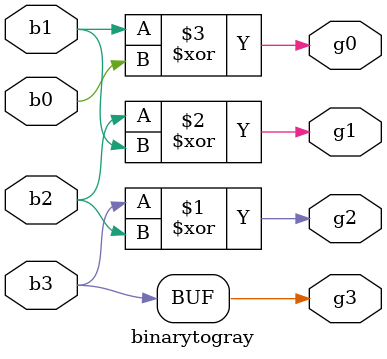
<source format=v>
module binarytogray(b0,b1,b2,b3,g0,g1,g2,g3);
input b0,b1,b2,b3;
output g0,g1,g2,g3;
assign g3=b3;
xor (g2,b3,b2),(g1,b2,b1),(g0,b1,b0);
endmodule

</source>
